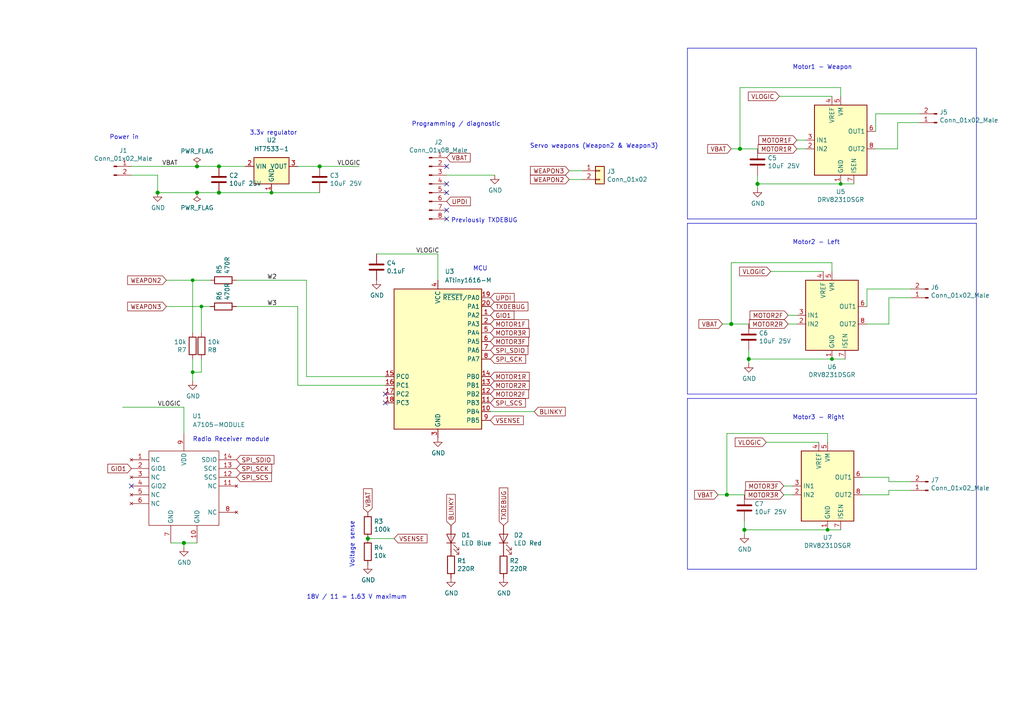
<source format=kicad_sch>
(kicad_sch (version 20211123) (generator eeschema)
  (paper "A4")
  (title_block (title "Malenki-Nano-Plus") (date "2022-09-02") (company "Mark Robson"))
  (lib_symbols
    (symbol "Connector:Conn_01x08_Male" (pin_names hide)
      (property "Reference" "J" (at 0 10.16 0))
      (property "Value" "Conn_01x08_Male" (at 0 -12.7 0))
      (symbol "Conn_01x08_Male_1_1"
        (polyline (pts (xy 1.27 -10.16) (xy 0.8636 -10.16)))
        (polyline (pts (xy 1.27 -7.62) (xy 0.8636 -7.62)))
        (polyline (pts (xy 1.27 -5.08) (xy 0.8636 -5.08)))
        (polyline (pts (xy 1.27 -2.54) (xy 0.8636 -2.54)))
        (polyline (pts (xy 1.27 0) (xy 0.8636 0)))
        (polyline (pts (xy 1.27 2.54) (xy 0.8636 2.54)))
        (polyline (pts (xy 1.27 5.08) (xy 0.8636 5.08)))
        (polyline (pts (xy 1.27 7.62) (xy 0.8636 7.62)))
        (rectangle (start 0.8636 -10.033) (end 0 -10.287) (fill (type outline)))
        (rectangle (start 0.8636 -7.493) (end 0 -7.747) (fill (type outline)))
        (rectangle (start 0.8636 -4.953) (end 0 -5.207) (fill (type outline)))
        (rectangle (start 0.8636 -2.413) (end 0 -2.667) (fill (type outline)))
        (rectangle (start 0.8636 0.127) (end 0 -0.127) (fill (type outline)))
        (rectangle (start 0.8636 2.667) (end 0 2.413) (fill (type outline)))
        (rectangle (start 0.8636 5.207) (end 0 4.953) (fill (type outline)))
        (rectangle (start 0.8636 7.747) (end 0 7.493) (fill (type outline)))
        (pin passive line (at 5.08 7.62 180) (length 3.81) (name "Pin_1") (number "1"))
        (pin passive line (at 5.08 5.08 180) (length 3.81) (name "Pin_2") (number "2"))
        (pin passive line (at 5.08 2.54 180) (length 3.81) (name "Pin_3") (number "3"))
        (pin passive line (at 5.08 0 180) (length 3.81) (name "Pin_4") (number "4"))
        (pin passive line (at 5.08 -2.54 180) (length 3.81) (name "Pin_5") (number "5"))
        (pin passive line (at 5.08 -5.08 180) (length 3.81) (name "Pin_6") (number "6"))
        (pin passive line (at 5.08 -7.62 180) (length 3.81) (name "Pin_7") (number "7"))
        (pin passive line (at 5.08 -10.16 180) (length 3.81) (name "Pin_8") (number "8"))
      )
    )
    (symbol "Connector_Generic:Conn_01x02" (pin_names hide)
      (property "Reference" "J" (at 0 2.54 0))
      (property "Value" "Conn_01x02" (at 0 -5.08 0))
      (symbol "Conn_01x02_1_1"
        (rectangle (start -1.27 -2.413) (end 0 -2.667))
        (rectangle (start -1.27 0.127) (end 0 -0.127))
        (rectangle (start -1.27 1.27) (end 1.27 -3.81) (stroke (width 0.254)) (fill (type background)))
        (pin passive line (at -5.08 0 0) (length 3.81) (name "Pin_1") (number "1"))
        (pin passive line (at -5.08 -2.54 0) (length 3.81) (name "Pin_2") (number "2"))
      )
    )
    (symbol "MCU_Microchip_ATtiny:ATtiny1616-M"
      (property "Reference" "U" (at -12.7 21.59 0))
      (property "Value" "ATtiny1616-M" (at 2.54 -21.59 0))
      (symbol "ATtiny1616-M_0_1"
        (rectangle (start -12.7 -20.32) (end 12.7 20.32) (stroke (width 0.254)) (fill (type background)))
      )
      (symbol "ATtiny1616-M_1_1"
        (pin bidirectional line (at 15.24 12.7 180) (length 2.54) (name "PA2") (number "1"))
        (pin bidirectional line (at 15.24 -15.24 180) (length 2.54) (name "PB4") (number "10"))
        (pin bidirectional line (at 15.24 -12.7 180) (length 2.54) (name "PB3") (number "11"))
        (pin bidirectional line (at 15.24 -10.16 180) (length 2.54) (name "PB2") (number "12"))
        (pin bidirectional line (at 15.24 -7.62 180) (length 2.54) (name "PB1") (number "13"))
        (pin bidirectional line (at 15.24 -5.08 180) (length 2.54) (name "PB0") (number "14"))
        (pin bidirectional line (at -15.24 -5.08 0) (length 2.54) (name "PC0") (number "15"))
        (pin bidirectional line (at -15.24 -7.62 0) (length 2.54) (name "PC1") (number "16"))
        (pin bidirectional line (at -15.24 -10.16 0) (length 2.54) (name "PC2") (number "17"))
        (pin bidirectional line (at -15.24 -12.7 0) (length 2.54) (name "PC3") (number "18"))
        (pin bidirectional line (at 15.24 17.78 180) (length 2.54) (name "~{RESET}/PA0") (number "19"))
        (pin bidirectional line (at 15.24 10.16 180) (length 2.54) (name "PA3") (number "2"))
        (pin bidirectional line (at 15.24 15.24 180) (length 2.54) (name "PA1") (number "20"))
        (pin passive line (at 0 -22.86 90) (length 2.54) hide (name "GND") (number "21"))
        (pin power_in line (at 0 -22.86 90) (length 2.54) (name "GND") (number "3"))
        (pin power_in line (at 0 22.86 270) (length 2.54) (name "VCC") (number "4"))
        (pin bidirectional line (at 15.24 7.62 180) (length 2.54) (name "PA4") (number "5"))
        (pin bidirectional line (at 15.24 5.08 180) (length 2.54) (name "PA5") (number "6"))
        (pin bidirectional line (at 15.24 2.54 180) (length 2.54) (name "PA6") (number "7"))
        (pin bidirectional line (at 15.24 0 180) (length 2.54) (name "PA7") (number "8"))
        (pin bidirectional line (at 15.24 -17.78 180) (length 2.54) (name "PB5") (number "9"))
      )
    )
    (symbol "Regulator_Linear:HT75xx-1-SOT89"
      (property "Reference" "U" (at -5.08 -3.81 0))
      (property "Value" "HT75xx-1-SOT89" (at 0 6.35 0))
      (symbol "HT75xx-1-SOT89_0_1"
        (rectangle (start -5.08 5.08) (end 5.08 -2.54) (stroke (width 0.254)) (fill (type background)))
      )
      (symbol "HT75xx-1-SOT89_1_1"
        (pin power_in line (at 0 -5.08 90) (length 2.54) (name "GND") (number "1"))
        (pin power_in line (at -7.62 2.54 0) (length 2.54) (name "VIN") (number "2"))
        (pin power_out line (at 7.62 2.54 180) (length 2.54) (name "VOUT") (number "3"))
      )
    )
    (symbol "mal_nano:A7105-MODULE"
      (property "Reference" "U" (at 0 0 0))
      (property "Value" "A7105-MODULE" (at 2.54 -3.81 0))
      (symbol "A7105-MODULE_0_1"
        (rectangle (start -10.16 10.16) (end 10.16 -11.43))
      )
      (symbol "A7105-MODULE_1_1"
        (pin no_connect line (at -15.24 7.62 0) (length 5.08) (name "NC") (number "1"))
        (pin power_in line (at 3.81 -16.51 90) (length 5.08) (name "GND") (number "10"))
        (pin no_connect line (at 15.24 0 180) (length 5.08) (name "NC") (number "11"))
        (pin input line (at 15.24 2.54 180) (length 5.08) (name "SCS") (number "12"))
        (pin input line (at 15.24 5.08 180) (length 5.08) (name "SCK") (number "13"))
        (pin bidirectional line (at 15.24 7.62 180) (length 5.08) (name "SDIO") (number "14"))
        (pin bidirectional line (at -15.24 5.08 0) (length 5.08) (name "GIO1") (number "2"))
        (pin no_connect line (at -15.24 2.54 0) (length 5.08) (name "NC") (number "3"))
        (pin bidirectional line (at -15.24 0 0) (length 5.08) (name "GIO2") (number "4"))
        (pin no_connect line (at -15.24 -2.54 0) (length 5.08) (name "NC") (number "5"))
        (pin no_connect line (at -15.24 -5.08 0) (length 5.08) (name "NC") (number "6"))
        (pin power_in line (at -3.81 -16.51 90) (length 5.08) (name "GND") (number "7"))
        (pin no_connect line (at 15.24 -7.62 180) (length 5.08) (name "NC") (number "8"))
        (pin power_in line (at 0 15.24 270) (length 5.08) (name "VDD") (number "9"))
      )
    )
    (symbol "mal_nano:DRV8231"
      (property "Reference" "U" (at 6.35 11.43 0))
      (property "Value" "DRV8231" (at -10.16 11.43 0))
      (symbol "DRV8231_0_1"
        (rectangle (start -7.62 10.16) (end 7.62 -10.16) (stroke (width 0.254)) (fill (type background)))
      )
      (symbol "DRV8231_1_1"
        (pin power_in line (at 0 -12.7 90) (length 2.54) (name "GND") (number "1"))
        (pin input line (at -10.16 -2.54 0) (length 2.54) (name "IN2") (number "2"))
        (pin input line (at -10.16 0 0) (length 2.54) (name "IN1") (number "3"))
        (pin power_in line (at -2.54 12.7 270) (length 2.54) (name "VREF") (number "4"))
        (pin power_in line (at 0 12.7 270) (length 2.54) (name "VM") (number "5"))
        (pin output line (at 10.16 2.54 180) (length 2.54) (name "OUT1") (number "6"))
        (pin power_in line (at 3.81 -12.7 90) (length 2.54) (name "ISEN") (number "7"))
        (pin output line (at 10.16 -2.54 180) (length 2.54) (name "OUT2") (number "8"))
        (pin passive line (at 0 -12.7 90) (length 2.54) hide (name "GND") (number "9"))
      )
    )
    (symbol "malenki-nano-rescue:C-Device" (pin_numbers hide) (pin_names (offset 0.254))
      (property "Reference" "C" (at 0.635 2.54 0))
      (property "Value" "C-Device" (at 0.635 -2.54 0))
      (symbol "C-Device_0_1"
        (polyline (pts (xy -2.032 -0.762) (xy 2.032 -0.762)) (stroke (width 0.508)))
        (polyline (pts (xy -2.032 0.762) (xy 2.032 0.762)) (stroke (width 0.508)))
      )
      (symbol "C-Device_1_1"
        (pin passive line (at 0 3.81 270) (length 2.794) (name "~") (number "1"))
        (pin passive line (at 0 -3.81 90) (length 2.794) (name "~") (number "2"))
      )
    )
    (symbol "malenki-nano-rescue:Conn_01x02_Male-Connector" (pin_names hide)
      (property "Reference" "J" (at 0 2.54 0))
      (property "Value" "Conn_01x02_Male-Connector" (at 0 -5.08 0))
      (symbol "Conn_01x02_Male-Connector_1_1"
        (polyline (pts (xy 1.27 -2.54) (xy 0.8636 -2.54)))
        (polyline (pts (xy 1.27 0) (xy 0.8636 0)))
        (rectangle (start 0.8636 -2.413) (end 0 -2.667) (fill (type outline)))
        (rectangle (start 0.8636 0.127) (end 0 -0.127) (fill (type outline)))
        (pin passive line (at 5.08 0 180) (length 3.81) (name "Pin_1") (number "1"))
        (pin passive line (at 5.08 -2.54 180) (length 3.81) (name "Pin_2") (number "2"))
      )
    )
    (symbol "malenki-nano-rescue:GND-power" (power) (pin_names (offset 0))
      (property "Value" "GND-power" (at 0 -3.81 0))
      (symbol "GND-power_0_1"
        (polyline (pts (xy 0 0) (xy 0 -1.27) (xy 1.27 -1.27) (xy 0 -2.54) (xy -1.27 -1.27) (xy 0 -1.27)))
      )
      (symbol "GND-power_1_1"
        (pin power_in line (at 0 0 270) (length 0) hide (name "GND") (number "1"))
      )
    )
    (symbol "malenki-nano-rescue:LED-Device" (pin_numbers hide) (pin_names hide)
      (property "Reference" "D" (at 0 2.54 0))
      (property "Value" "LED-Device" (at 0 -2.54 0))
      (symbol "LED-Device_0_1"
        (polyline (pts (xy -1.27 -1.27) (xy -1.27 1.27)) (stroke (width 0.2032)))
        (polyline (pts (xy -1.27 0) (xy 1.27 0)))
        (polyline (pts (xy 1.27 -1.27) (xy 1.27 1.27) (xy -1.27 0) (xy 1.27 -1.27)) (stroke (width 0.2032)))
        (polyline (pts (xy -3.048 -0.762) (xy -4.572 -2.286) (xy -3.81 -2.286) (xy -4.572 -2.286) (xy -4.572 -1.524)))
        (polyline (pts (xy -1.778 -0.762) (xy -3.302 -2.286) (xy -2.54 -2.286) (xy -3.302 -2.286) (xy -3.302 -1.524)))
      )
      (symbol "LED-Device_1_1"
        (pin passive line (at -3.81 0 0) (length 2.54) (name "K") (number "1"))
        (pin passive line (at 3.81 0 180) (length 2.54) (name "A") (number "2"))
      )
    )
    (symbol "malenki-nano-rescue:PWR_FLAG-power" (power) (pin_numbers hide) (pin_names (offset 0) hide)
      (property "Value" "PWR_FLAG-power" (at 0 3.81 0))
      (symbol "PWR_FLAG-power_0_0"
        (pin power_out line (at 0 0 90) (length 0) (name "pwr") (number "1"))
      )
      (symbol "PWR_FLAG-power_0_1"
        (polyline (pts (xy 0 0) (xy 0 1.27) (xy -1.016 1.905) (xy 0 2.54) (xy 1.016 1.905) (xy 0 1.27)))
      )
    )
    (symbol "malenki-nano-rescue:R-Device" (pin_numbers hide) (pin_names (offset 0))
      (property "Reference" "R" (at 2.032 0 90))
      (property "Value" "R-Device" (at 0 0 90))
      (symbol "R-Device_0_1"
        (rectangle (start -1.016 -2.54) (end 1.016 2.54) (stroke (width 0.254)))
      )
      (symbol "R-Device_1_1"
        (pin passive line (at 0 3.81 270) (length 1.27) (name "~") (number "1"))
        (pin passive line (at 0 -3.81 90) (length 1.27) (name "~") (number "2"))
      )
    )
  )
  (junction (at 217.17 104.14) (diameter 1.016))
  (junction (at 55.88 81.28))
  (junction (at 58.42 88.9))
  (junction (at 63.5 48.26) (diameter 1.016))
  (junction (at 240.03 153.67))
  (junction (at 55.88 107.95))
  (junction (at 57.15 48.26) (diameter 1.016))
  (junction (at 57.15 55.88) (diameter 1.016))
  (junction (at 53.34 157.48) (diameter 1.016))
  (junction (at 243.84 53.34))
  (junction (at 212.09 93.98) (diameter 1.016))
  (junction (at 92.71 48.26) (diameter 1.016))
  (junction (at 214.63 43.18) (diameter 1.016))
  (junction (at 106.68 156.21) (diameter 1.016))
  (junction (at 45.72 55.88) (diameter 1.016))
  (junction (at 241.3 104.14))
  (junction (at 210.82 143.51) (diameter 1.016))
  (junction (at 215.9 153.67) (diameter 1.016))
  (junction (at 219.71 53.34) (diameter 1.016))
  (junction (at 78.74 55.88))
  (junction (at 63.5 55.88) (diameter 1.016))
  (no_connect (at 38.1 140.97))
  (no_connect (at 111.76 114.3))
  (no_connect (at 111.76 116.84))
  (no_connect (at 129.54 55.88))
  (no_connect (at 129.54 63.5))
  (no_connect (at 129.54 60.96))
  (no_connect (at 129.54 53.34))
  (no_connect (at 129.54 48.26))
  (wire (pts (xy 86.36 88.9) (xy 68.58 88.9)))
  (wire (pts (xy 214.63 43.18) (xy 212.09 43.18)))
  (wire (pts (xy 251.46 93.98) (xy 257.81 93.98)))
  (wire (pts (xy 57.15 55.88) (xy 63.5 55.88)))
  (wire (pts (xy 58.42 88.9) (xy 60.96 88.9)))
  (wire (pts (xy 78.74 55.88) (xy 92.71 55.88)))
  (wire (pts (xy 165.1 49.53) (xy 168.91 49.53)))
  (wire (pts (xy 48.26 88.9) (xy 58.42 88.9)))
  (wire (pts (xy 48.26 81.28) (xy 55.88 81.28)))
  (wire (pts (xy 53.34 118.11) (xy 53.34 125.73)))
  (wire (pts (xy 229.87 143.51) (xy 227.33 143.51)))
  (wire (pts (xy 241.3 104.14) (xy 245.11 104.14)))
  (wire (pts (xy 250.19 143.51) (xy 257.81 143.51)))
  (wire (pts (xy 229.87 140.97) (xy 227.33 140.97)))
  (wire (pts (xy 250.19 138.43) (xy 257.81 138.43)))
  (wire (pts (xy 212.09 76.2) (xy 212.09 93.98)))
  (polyline (pts (xy 199.39 13.97) (xy 283.21 13.97)) (stroke (width 0) (type solid)))
  (wire (pts (xy 45.72 50.8) (xy 45.72 55.88)))
  (wire (pts (xy 35.56 118.11) (xy 53.34 118.11)))
  (wire (pts (xy 92.71 48.26) (xy 86.36 48.26)))
  (wire (pts (xy 257.81 86.36) (xy 257.81 93.98)))
  (wire (pts (xy 240.03 128.27) (xy 240.03 125.73)))
  (polyline (pts (xy 199.39 114.3) (xy 199.39 64.77)) (stroke (width 0) (type solid)))
  (wire (pts (xy 210.82 125.73) (xy 210.82 143.51)))
  (wire (pts (xy 217.17 104.14) (xy 241.3 104.14)))
  (wire (pts (xy 257.81 138.43) (xy 257.81 139.7)))
  (wire (pts (xy 264.16 86.36) (xy 257.81 86.36)))
  (wire (pts (xy 237.49 128.27) (xy 222.25 128.27)))
  (wire (pts (xy 215.9 143.51) (xy 210.82 143.51)))
  (wire (pts (xy 86.36 111.76) (xy 86.36 88.9)))
  (wire (pts (xy 243.84 25.4) (xy 214.63 25.4)))
  (polyline (pts (xy 283.21 165.1) (xy 199.39 165.1)) (stroke (width 0) (type solid)))
  (polyline (pts (xy 283.21 64.77) (xy 283.21 114.3)) (stroke (width 0) (type solid)))
  (wire (pts (xy 231.14 93.98) (xy 228.6 93.98)))
  (wire (pts (xy 251.46 83.82) (xy 264.16 83.82)))
  (wire (pts (xy 165.1 52.07) (xy 168.91 52.07)))
  (polyline (pts (xy 283.21 13.97) (xy 283.21 63.5)) (stroke (width 0) (type solid)))
  (wire (pts (xy 55.88 104.14) (xy 55.88 107.95)))
  (polyline (pts (xy 199.39 115.57) (xy 283.21 115.57)) (stroke (width 0) (type solid)))
  (wire (pts (xy 58.42 107.95) (xy 55.88 107.95)))
  (wire (pts (xy 215.9 153.67) (xy 215.9 154.94)))
  (wire (pts (xy 129.54 50.8) (xy 143.51 50.8)))
  (wire (pts (xy 219.71 53.34) (xy 243.84 53.34)))
  (wire (pts (xy 38.1 48.26) (xy 57.15 48.26)))
  (wire (pts (xy 260.35 43.18) (xy 254 43.18)))
  (wire (pts (xy 219.71 50.8) (xy 219.71 53.34)))
  (wire (pts (xy 251.46 83.82) (xy 251.46 88.9)))
  (wire (pts (xy 49.53 157.48) (xy 53.34 157.48)))
  (wire (pts (xy 233.68 43.18) (xy 231.14 43.18)))
  (wire (pts (xy 127 73.66) (xy 109.22 73.66)))
  (wire (pts (xy 241.3 76.2) (xy 212.09 76.2)))
  (wire (pts (xy 111.76 111.76) (xy 86.36 111.76)))
  (wire (pts (xy 215.9 151.13) (xy 215.9 153.67)))
  (wire (pts (xy 260.35 35.56) (xy 260.35 43.18)))
  (wire (pts (xy 142.24 119.38) (xy 154.94 119.38)))
  (polyline (pts (xy 199.39 63.5) (xy 199.39 13.97)) (stroke (width 0) (type solid)))
  (wire (pts (xy 57.15 48.26) (xy 63.5 48.26)))
  (wire (pts (xy 114.3 156.21) (xy 106.68 156.21)))
  (wire (pts (xy 219.71 53.34) (xy 219.71 54.61)))
  (polyline (pts (xy 199.39 165.1) (xy 199.39 115.57)) (stroke (width 0) (type solid)))
  (wire (pts (xy 58.42 88.9) (xy 58.42 96.52)))
  (wire (pts (xy 217.17 101.6) (xy 217.17 104.14)))
  (wire (pts (xy 212.09 93.98) (xy 209.55 93.98)))
  (wire (pts (xy 231.14 91.44) (xy 228.6 91.44)))
  (polyline (pts (xy 283.21 114.3) (xy 199.39 114.3)) (stroke (width 0) (type solid)))
  (wire (pts (xy 243.84 27.94) (xy 243.84 25.4)))
  (wire (pts (xy 58.42 104.14) (xy 58.42 107.95)))
  (wire (pts (xy 241.3 78.74) (xy 241.3 76.2)))
  (wire (pts (xy 217.17 93.98) (xy 212.09 93.98)))
  (wire (pts (xy 68.58 81.28) (xy 88.9 81.28)))
  (wire (pts (xy 210.82 143.51) (xy 208.28 143.51)))
  (wire (pts (xy 238.76 78.74) (xy 223.52 78.74)))
  (wire (pts (xy 233.68 40.64) (xy 231.14 40.64)))
  (wire (pts (xy 55.88 107.95) (xy 55.88 110.49)))
  (wire (pts (xy 243.84 53.34) (xy 247.65 53.34)))
  (wire (pts (xy 55.88 81.28) (xy 55.88 96.52)))
  (wire (pts (xy 264.16 142.24) (xy 257.81 142.24)))
  (wire (pts (xy 45.72 55.88) (xy 57.15 55.88)))
  (wire (pts (xy 63.5 55.88) (xy 78.74 55.88)))
  (wire (pts (xy 104.14 48.26) (xy 92.71 48.26)))
  (wire (pts (xy 217.17 104.14) (xy 217.17 105.41)))
  (wire (pts (xy 240.03 125.73) (xy 210.82 125.73)))
  (wire (pts (xy 88.9 109.22) (xy 111.76 109.22)))
  (wire (pts (xy 53.34 158.75) (xy 53.34 157.48)))
  (wire (pts (xy 254 33.02) (xy 266.7 33.02)))
  (wire (pts (xy 257.81 142.24) (xy 257.81 143.51)))
  (wire (pts (xy 254 33.02) (xy 254 38.1)))
  (wire (pts (xy 53.34 157.48) (xy 57.15 157.48)))
  (wire (pts (xy 257.81 139.7) (xy 264.16 139.7)))
  (wire (pts (xy 215.9 153.67) (xy 240.03 153.67)))
  (wire (pts (xy 241.3 27.94) (xy 226.06 27.94)))
  (polyline (pts (xy 283.21 115.57) (xy 283.21 165.1)) (stroke (width 0) (type solid)))
  (wire (pts (xy 63.5 48.26) (xy 71.12 48.26)))
  (wire (pts (xy 266.7 35.56) (xy 260.35 35.56)))
  (wire (pts (xy 55.88 81.28) (xy 60.96 81.28)))
  (wire (pts (xy 214.63 25.4) (xy 214.63 43.18)))
  (polyline (pts (xy 283.21 63.5) (xy 199.39 63.5)) (stroke (width 0) (type solid)))
  (wire (pts (xy 38.1 50.8) (xy 45.72 50.8)))
  (wire (pts (xy 219.71 43.18) (xy 214.63 43.18)))
  (wire (pts (xy 88.9 81.28) (xy 88.9 109.22)))
  (polyline (pts (xy 199.39 64.77) (xy 283.21 64.77)) (stroke (width 0) (type solid)))
  (wire (pts (xy 240.03 153.67) (xy 243.84 153.67)))
  (wire (pts (xy 127 73.66) (xy 127 81.28)))
  (text "Voltage sense" (at 102.87 151.13 270) (effects (font (size 1.27 1.27)) (justify right bottom)))
  (text "MCU\n" (at 137.16 78.74 0) (effects (font (size 1.27 1.27)) (justify left bottom)))
  (text "3.3v regulator" (at 72.39 39.37 0) (effects (font (size 1.27 1.27)) (justify left bottom)))
  (text "18V / 11 = 1.63 V maximum" (at 88.9 173.99 0) (effects (font (size 1.27 1.27)) (justify left bottom)))
  (text "Programming / diagnostic" (at 119.38 36.83 0) (effects (font (size 1.27 1.27)) (justify left bottom)))
  (text "Motor3 - Right" (at 229.87 121.92 0) (effects (font (size 1.27 1.27)) (justify left bottom)))
  (text "Servo weapons (Weapon2 & Weapon3)" (at 153.67 43.18 0) (effects (font (size 1.27 1.27)) (justify left bottom)))
  (text "Motor1 - Weapon" (at 229.87 20.32 0) (effects (font (size 1.27 1.27)) (justify left bottom)))
  (text "Motor2 - Left" (at 229.87 71.12 0) (effects (font (size 1.27 1.27)) (justify left bottom)))
  (text "Power in" (at 31.75 40.64 0) (effects (font (size 1.27 1.27)) (justify left bottom)))
  (text "Radio Receiver module" (at 55.88 128.27 0) (effects (font (size 1.27 1.27)) (justify left bottom)))
  (text "Previously TXDEBUG" (at 130.81 64.77 0) (effects (font (size 1.27 1.27)) (justify left bottom)))
  (label "W2" (at 77.47 81.28 0))
  (label "VLOGIC" (at 45.72 118.11 0))
  (label "VLOGIC" (at 120.65 73.66 0))
  (label "VBAT" (at 46.99 48.26 0))
  (label "W3" (at 77.47 88.9 0))
  (label "VLOGIC" (at 97.79 48.26 0))
  (global_label "SPI_SDIO" (shape input) (at 68.58 133.35 0) (property "Intersheet References" "${INTERSHEET_REFS}" (effects hide)))
  (global_label "VBAT" (shape input) (at 106.68 148.59 90) (property "Intersheet References" "${INTERSHEET_REFS}" (effects hide)))
  (global_label "MOTOR1R" (shape input) (at 231.14 43.18 180) (property "Intersheet References" "${INTERSHEET_REFS}" (effects hide)))
  (global_label "VLOGIC" (shape input) (at 223.52 78.74 180) (property "Intersheet References" "${INTERSHEET_REFS}" (effects hide)))
  (global_label "SPI_SDIO" (shape input) (at 142.24 101.6 0) (property "Intersheet References" "${INTERSHEET_REFS}" (effects hide)))
  (global_label "MOTOR2R" (shape input) (at 228.6 93.98 180) (property "Intersheet References" "${INTERSHEET_REFS}" (effects hide)))
  (global_label "MOTOR1F" (shape input) (at 231.14 40.64 180) (property "Intersheet References" "${INTERSHEET_REFS}" (effects hide)))
  (global_label "WEAPON2" (shape input) (at 165.1 52.07 180) (property "Intersheet References" "${INTERSHEET_REFS}" (effects hide)))
  (global_label "MOTOR2R" (shape input) (at 142.24 111.76 0) (property "Intersheet References" "${INTERSHEET_REFS}" (effects hide)))
  (global_label "MOTOR2F" (shape input) (at 142.24 114.3 0) (property "Intersheet References" "${INTERSHEET_REFS}" (effects hide)))
  (global_label "SPI_SCS" (shape input) (at 142.24 116.84 0) (property "Intersheet References" "${INTERSHEET_REFS}" (effects hide)))
  (global_label "MOTOR3F" (shape input) (at 142.24 99.06 0) (property "Intersheet References" "${INTERSHEET_REFS}" (effects hide)))
  (global_label "MOTOR3R" (shape input) (at 227.33 143.51 180) (property "Intersheet References" "${INTERSHEET_REFS}" (effects hide)))
  (global_label "UPDI" (shape input) (at 129.54 58.42 0) (property "Intersheet References" "${INTERSHEET_REFS}" (effects hide)))
  (global_label "UPDI" (shape input) (at 142.24 86.36 0) (property "Intersheet References" "${INTERSHEET_REFS}" (effects hide)))
  (global_label "BLINKY" (shape input) (at 130.81 152.4 90) (property "Intersheet References" "${INTERSHEET_REFS}" (effects hide)))
  (global_label "VBAT" (shape input) (at 208.28 143.51 180) (property "Intersheet References" "${INTERSHEET_REFS}" (effects hide)))
  (global_label "VSENSE" (shape input) (at 114.3 156.21 0) (property "Intersheet References" "${INTERSHEET_REFS}" (effects hide)))
  (global_label "SPI_SCK" (shape input) (at 68.58 135.89 0) (property "Intersheet References" "${INTERSHEET_REFS}" (effects hide)))
  (global_label "WEAPON3" (shape input) (at 48.26 88.9 180) (property "Intersheet References" "${INTERSHEET_REFS}" (effects hide)))
  (global_label "WEAPON2" (shape input) (at 48.26 81.28 180) (property "Intersheet References" "${INTERSHEET_REFS}" (effects hide)))
  (global_label "MOTOR2F" (shape input) (at 228.6 91.44 180) (property "Intersheet References" "${INTERSHEET_REFS}" (effects hide)))
  (global_label "MOTOR1R" (shape input) (at 142.24 109.22 0) (property "Intersheet References" "${INTERSHEET_REFS}" (effects hide)))
  (global_label "GIO1" (shape input) (at 142.24 91.44 0) (property "Intersheet References" "${INTERSHEET_REFS}" (effects hide)))
  (global_label "VSENSE" (shape input) (at 142.24 121.92 0) (property "Intersheet References" "${INTERSHEET_REFS}" (effects hide)))
  (global_label "VLOGIC" (shape input) (at 222.25 128.27 180) (property "Intersheet References" "${INTERSHEET_REFS}" (effects hide)))
  (global_label "WEAPON3" (shape input) (at 165.1 49.53 180) (property "Intersheet References" "${INTERSHEET_REFS}" (effects hide)))
  (global_label "BLINKY" (shape input) (at 154.94 119.38 0) (property "Intersheet References" "${INTERSHEET_REFS}" (effects hide)))
  (global_label "TXDEBUG" (shape input) (at 146.05 152.4 90) (property "Intersheet References" "${INTERSHEET_REFS}" (effects hide)))
  (global_label "TXDEBUG" (shape input) (at 142.24 88.9 0) (property "Intersheet References" "${INTERSHEET_REFS}" (effects hide)))
  (global_label "VLOGIC" (shape input) (at 226.06 27.94 180) (property "Intersheet References" "${INTERSHEET_REFS}" (effects hide)))
  (global_label "SPI_SCS" (shape input) (at 68.58 138.43 0) (property "Intersheet References" "${INTERSHEET_REFS}" (effects hide)))
  (global_label "VBAT" (shape input) (at 209.55 93.98 180) (property "Intersheet References" "${INTERSHEET_REFS}" (effects hide)))
  (global_label "MOTOR3R" (shape input) (at 142.24 96.52 0) (property "Intersheet References" "${INTERSHEET_REFS}" (effects hide)))
  (global_label "MOTOR1F" (shape input) (at 142.24 93.98 0) (property "Intersheet References" "${INTERSHEET_REFS}" (effects hide)))
  (global_label "GIO1" (shape input) (at 38.1 135.89 180) (property "Intersheet References" "${INTERSHEET_REFS}" (effects hide)))
  (global_label "SPI_SCK" (shape input) (at 142.24 104.14 0) (property "Intersheet References" "${INTERSHEET_REFS}" (effects hide)))
  (global_label "MOTOR3F" (shape input) (at 227.33 140.97 180) (property "Intersheet References" "${INTERSHEET_REFS}" (effects hide)))
  (global_label "VBAT" (shape input) (at 129.54 45.72 0) (property "Intersheet References" "${INTERSHEET_REFS}" (effects hide)))
  (global_label "VBAT" (shape input) (at 212.09 43.18 180) (property "Intersheet References" "${INTERSHEET_REFS}" (effects hide)))
  (symbol (lib_id "malenki-nano-rescue:C-Device") (at 63.5 52.07 0) (unit 1)
    (property "Reference" "C2" (at 66.421 50.9016 0) (effects (justify left)))
    (property "Value" "10uF 25V" (at 66.421 53.213 0) (effects (justify left)))
    (property "Footprint" "Capacitor_SMD:C_0603_1608Metric" (effects hide))
    (property "LCSC" "C2922482" (effects hide))
  )
  (symbol (lib_id "malenki-nano-rescue:C-Device") (at 92.71 52.07 0) (unit 1)
    (property "Reference" "C3" (at 95.631 50.9016 0) (effects (justify left)))
    (property "Value" "10uF 25V" (at 95.631 53.213 0) (effects (justify left)))
    (property "Footprint" "Capacitor_SMD:C_0603_1608Metric" (effects hide))
    (property "LCSC" "C2922482" (effects hide))
  )
  (symbol (lib_id "malenki-nano-rescue:Conn_01x02_Male-Connector") (at 33.02 48.26 0) (unit 1)
    (property "Reference" "J1" (at 35.7632 43.6626 0))
    (property "Value" "Conn_01x02_Male" (at 35.7632 45.974 0))
    (property "Footprint" "malenki-nano:PinHeader_1x02_P2.54mm_BIG1" (effects hide))
  )
  (symbol (lib_id "malenki-nano-rescue:GND-power") (at 45.72 55.88 0) (unit 1)
    (property "Reference" "#PWR02" (effects hide))
    (property "Value" "GND" (at 45.847 60.2742 0))
  )
  (symbol (lib_id "malenki-nano-rescue:C-Device") (at 109.22 77.47 0) (unit 1)
    (property "Reference" "C4" (at 112.141 76.3016 0) (effects (justify left)))
    (property "Value" "0.1uF" (at 112.141 78.613 0) (effects (justify left)))
    (property "Footprint" "Capacitor_SMD:C_0603_1608Metric" (effects hide))
    (property "Partnum" "C14663" (effects hide))
    (property "LCSC" "C14663" (effects hide))
  )
  (symbol (lib_id "malenki-nano-rescue:GND-power") (at 109.22 81.28 0) (unit 1)
    (property "Reference" "#PWR04" (effects hide))
    (property "Value" "GND" (at 109.347 85.6742 0))
  )
  (symbol (lib_id "malenki-nano-rescue:GND-power") (at 127 127 0) (unit 1)
    (property "Reference" "#PWR05" (effects hide))
    (property "Value" "GND" (at 127.127 131.3942 0))
  )
  (symbol (lib_id "mal_nano:A7105-MODULE") (at 53.34 140.97 0) (unit 1)
    (property "Reference" "U1" (at 57.15 120.65 0))
    (property "Value" "A7105-MODULE" (at 63.5 123.19 0))
    (property "Footprint" "malenki-nano:A7105-module" (effects hide))
  )
  (symbol (lib_id "malenki-nano-rescue:GND-power") (at 53.34 158.75 0) (unit 1)
    (property "Reference" "#PWR03" (effects hide))
    (property "Value" "GND" (at 53.467 163.1442 0))
  )
  (symbol (lib_id "malenki-nano-rescue:PWR_FLAG-power") (at 57.15 55.88 180) (unit 1)
    (property "Reference" "#FLG0102" (effects hide))
    (property "Value" "PWR_FLAG" (at 57.15 60.2742 0))
  )
  (symbol (lib_id "malenki-nano-rescue:R-Device") (at 130.81 163.83 0) (unit 1)
    (property "Reference" "R1" (at 132.588 162.6616 0) (effects (justify left)))
    (property "Value" "220R" (at 132.588 164.973 0) (effects (justify left)))
    (property "Footprint" "Resistor_SMD:R_0402_1005Metric" (effects hide))
    (property "LCSC" "C25091" (effects hide))
  )
  (symbol (lib_id "malenki-nano-rescue:GND-power") (at 130.81 167.64 0) (unit 1)
    (property "Reference" "#PWR06" (effects hide))
    (property "Value" "GND" (at 130.937 172.0342 0))
  )
  (symbol (lib_id "malenki-nano-rescue:LED-Device") (at 130.81 156.21 90) (unit 1)
    (property "Reference" "D1" (at 133.7818 155.2194 90) (effects (justify right)))
    (property "Value" "LED Blue" (at 133.7818 157.5308 90) (effects (justify right)))
    (property "Footprint" "LED_SMD:LED_0805_2012Metric_Pad1.15x1.40mm_HandSolder" (effects hide))
    (property "LCSC" "C2293" (effects hide))
  )
  (symbol (lib_id "malenki-nano-rescue:C-Device") (at 219.71 46.99 0) (unit 1)
    (property "Reference" "C5" (at 222.631 45.8216 0) (effects (justify left)))
    (property "Value" "10uF 25V" (at 222.631 48.133 0) (effects (justify left)))
    (property "Footprint" "Capacitor_SMD:C_0603_1608Metric" (effects hide))
    (property "LCSC" "C2922482" (effects hide))
  )
  (symbol (lib_id "malenki-nano-rescue:GND-power") (at 219.71 54.61 0) (unit 1)
    (property "Reference" "#PWR08" (effects hide))
    (property "Value" "GND" (at 219.837 59.0042 0))
  )
  (symbol (lib_id "malenki-nano-rescue:Conn_01x02_Male-Connector") (at 271.78 35.56 180) (unit 1)
    (property "Reference" "J5" (at 272.4912 32.5628 0) (effects (justify right)))
    (property "Value" "Conn_01x02_Male" (at 272.4912 34.8742 0) (effects (justify right)))
    (property "Footprint" "malenki-nano:PinHeader_1x02_P2.54mm_BIG1" (effects hide))
  )
  (symbol (lib_id "malenki-nano-rescue:Conn_01x02_Male-Connector") (at 269.24 86.36 180) (unit 1)
    (property "Reference" "J6" (at 269.9512 83.3628 0) (effects (justify right)))
    (property "Value" "Conn_01x02_Male" (at 269.9512 85.6742 0) (effects (justify right)))
    (property "Footprint" "malenki-nano:PinHeader_1x02_P2.54mm_BIG1" (effects hide))
  )
  (symbol (lib_id "malenki-nano-rescue:Conn_01x02_Male-Connector") (at 269.24 142.24 180) (unit 1)
    (property "Reference" "J7" (at 269.9512 139.2428 0) (effects (justify right)))
    (property "Value" "Conn_01x02_Male" (at 269.9512 141.5542 0) (effects (justify right)))
    (property "Footprint" "malenki-nano:PinHeader_1x02_P2.54mm_BIG1" (effects hide))
  )
  (symbol (lib_id "malenki-nano-rescue:PWR_FLAG-power") (at 57.15 48.26 0) (unit 1)
    (property "Reference" "#FLG0101" (effects hide))
    (property "Value" "PWR_FLAG" (at 57.15 43.8658 0))
  )
  (symbol (lib_id "malenki-nano-rescue:R-Device") (at 146.05 163.83 0) (unit 1)
    (property "Reference" "R2" (at 147.828 162.6616 0) (effects (justify left)))
    (property "Value" "220R" (at 147.828 164.973 0) (effects (justify left)))
    (property "Footprint" "Resistor_SMD:R_0402_1005Metric" (effects hide))
    (property "LCSC" "C25091" (effects hide))
  )
  (symbol (lib_id "malenki-nano-rescue:GND-power") (at 146.05 167.64 0) (unit 1)
    (property "Reference" "#PWR011" (effects hide))
    (property "Value" "GND" (at 146.177 172.0342 0))
  )
  (symbol (lib_id "malenki-nano-rescue:LED-Device") (at 146.05 156.21 90) (unit 1)
    (property "Reference" "D2" (at 149.0218 155.2194 90) (effects (justify right)))
    (property "Value" "LED Red" (at 149.0218 157.5308 90) (effects (justify right)))
    (property "Footprint" "LED_SMD:LED_0805_2012Metric_Pad1.15x1.40mm_HandSolder" (effects hide))
    (property "LCSC" "C84256" (effects hide))
  )
  (symbol (lib_id "Connector_Generic:Conn_01x02") (at 173.99 49.53 0) (unit 1)
    (property "Reference" "J3" (at 176.022 49.7332 0) (effects (justify left)))
    (property "Value" "Conn_01x02" (at 176.022 52.0446 0) (effects (justify left)))
    (property "Footprint" "malenki-nano:wirepad_2" (effects hide))
  )
  (symbol (lib_id "malenki-nano-rescue:R-Device") (at 106.68 152.4 0) (unit 1)
    (property "Reference" "R3" (at 108.458 151.2316 0) (effects (justify left)))
    (property "Value" "100k" (at 108.458 153.543 0) (effects (justify left)))
    (property "Footprint" "Resistor_SMD:R_0402_1005Metric" (effects hide))
    (property "LCSC" "C25741" (effects hide))
  )
  (symbol (lib_id "malenki-nano-rescue:R-Device") (at 106.68 160.02 0) (unit 1)
    (property "Reference" "R4" (at 108.458 158.8516 0) (effects (justify left)))
    (property "Value" "10k" (at 108.458 161.163 0) (effects (justify left)))
    (property "Footprint" "Resistor_SMD:R_0402_1005Metric" (effects hide))
    (property "LCSC" "C25744" (effects hide))
  )
  (symbol (lib_id "malenki-nano-rescue:GND-power") (at 106.68 163.83 0) (unit 1)
    (property "Reference" "#PWR07" (effects hide))
    (property "Value" "GND" (at 106.807 168.2242 0))
  )
  (symbol (lib_id "mal_nano:DRV8231") (at 243.84 40.64 0) (unit 1)
    (property "Reference" "U5" (at 243.84 55.6006 0))
    (property "Value" "DRV8231DSGR" (at 243.84 57.912 0))
    (property "Footprint" "Package_SON:WSON-8-1EP_2x2mm_P0.5mm_EP0.9x1.6mm" (effects hide))
    (property "Datasheet" "https://datasheet.lcsc.com/szlcsc/Texas-Instruments-TI-DRV8837DSGR_C39159.pdf" (effects hide))
  )
  (symbol (lib_id "malenki-nano-rescue:GND-power") (at 217.17 105.41 0) (unit 1)
    (property "Reference" "#PWR0102" (effects hide))
    (property "Value" "GND" (at 217.297 109.8042 0))
  )
  (symbol (lib_id "malenki-nano-rescue:C-Device") (at 217.17 97.79 0) (unit 1)
    (property "Reference" "C6" (at 220.091 96.6216 0) (effects (justify left)))
    (property "Value" "10uF 25V" (at 220.091 98.933 0) (effects (justify left)))
    (property "Footprint" "Capacitor_SMD:C_0603_1608Metric" (effects hide))
    (property "LCSC" "C2922482" (effects hide))
  )
  (symbol (lib_id "mal_nano:DRV8231") (at 241.3 91.44 0) (unit 1)
    (property "Reference" "U6" (at 241.3 106.4006 0))
    (property "Value" "DRV8231DSGR" (at 241.3 108.712 0))
    (property "Footprint" "Package_SON:WSON-8-1EP_2x2mm_P0.5mm_EP0.9x1.6mm" (effects hide))
    (property "Datasheet" "https://datasheet.lcsc.com/szlcsc/Texas-Instruments-TI-DRV8837DSGR_C39159.pdf" (effects hide))
  )
  (symbol (lib_id "malenki-nano-rescue:C-Device") (at 215.9 147.32 0) (unit 1)
    (property "Reference" "C7" (at 218.821 146.1516 0) (effects (justify left)))
    (property "Value" "10uF 25V" (at 218.821 148.463 0) (effects (justify left)))
    (property "Footprint" "Capacitor_SMD:C_0603_1608Metric" (effects hide))
    (property "LCSC" "C2922482" (effects hide))
  )
  (symbol (lib_id "mal_nano:DRV8231") (at 240.03 140.97 0) (unit 1)
    (property "Reference" "U7" (at 240.03 155.9306 0))
    (property "Value" "DRV8231DSGR" (at 240.03 158.242 0))
    (property "Footprint" "Package_SON:WSON-8-1EP_2x2mm_P0.5mm_EP0.9x1.6mm" (effects hide))
    (property "Datasheet" "https://datasheet.lcsc.com/szlcsc/Texas-Instruments-TI-DRV8837DSGR_C39159.pdf" (effects hide))
  )
  (symbol (lib_id "malenki-nano-rescue:GND-power") (at 215.9 154.94 0) (unit 1)
    (property "Reference" "#PWR0103" (effects hide))
    (property "Value" "GND" (at 216.027 159.3342 0))
  )
  (symbol (lib_id "malenki-nano-rescue:GND-power") (at 143.51 50.8 0) (unit 1)
    (property "Reference" "#PWR0104" (effects hide))
    (property "Value" "GND" (at 143.637 55.1942 0))
  )
  (symbol (lib_id "malenki-nano-rescue:R-Device") (at 55.88 100.33 180) (unit 1)
    (property "Reference" "R7" (at 54.102 101.4984 0) (effects (justify left)))
    (property "Value" "10k" (at 54.102 99.187 0) (effects (justify left)))
    (property "Footprint" "Resistor_SMD:R_0402_1005Metric" (effects hide))
    (property "LCSC" "C25744" (effects hide))
  )
  (symbol (lib_id "MCU_Microchip_ATtiny:ATtiny1616-M") (at 127 104.14 0) (unit 1)
    (property "Reference" "U3" (at 129.0194 78.74 0) (effects (justify left)))
    (property "Value" "ATtiny1616-M" (at 129.0194 81.28 0) (effects (justify left)))
    (property "Footprint" "Package_DFN_QFN:VQFN-20-1EP_3x3mm_P0.4mm_EP1.7x1.7mm" (effects hide))
    (property "Datasheet" "http://ww1.microchip.com/downloads/en/DeviceDoc/ATtiny3216_ATtiny1616-data-sheet-40001997B.pdf" (effects hide))
    (property "LCSC" "C507118" (effects hide))
  )
  (symbol (lib_id "malenki-nano-rescue:GND-power") (at 55.88 110.49 0) (unit 1)
    (property "Reference" "#PWR09" (effects hide))
    (property "Value" "GND" (at 56.007 114.8842 0))
  )
  (symbol (lib_id "Connector:Conn_01x08_Male") (at 124.46 53.34 0) (unit 1)
    (property "Reference" "J2" (at 127.1524 41.2558 0))
    (property "Value" "Conn_01x08_Male" (at 127.1524 43.5545 0))
    (property "Footprint" "malenki-nano:SOIC_clipProgSmall" (effects hide))
  )
  (symbol (lib_id "Regulator_Linear:HT75xx-1-SOT89") (at 78.74 50.8 0) (unit 1)
    (property "Reference" "U2" (at 78.74 40.64 0))
    (property "Value" "HT7533-1" (at 78.74 43.18 0))
    (property "Footprint" "Package_TO_SOT_SMD:SOT-89-3" (effects hide))
    (property "Datasheet" "https://www.holtek.com/documents/10179/116711/HT75xx-1v250.pdf" (effects hide))
    (property "LCSC" "C14289" (effects hide))
  )
  (symbol (lib_id "malenki-nano-rescue:R-Device") (at 58.42 100.33 0) (mirror x) (unit 1)
    (property "Reference" "R8" (at 60.198 101.4984 0) (effects (justify left)))
    (property "Value" "10k" (at 60.198 99.187 0) (effects (justify left)))
    (property "Footprint" "Resistor_SMD:R_0402_1005Metric" (effects hide))
    (property "LCSC" "C25744" (effects hide))
  )
  (symbol (lib_id "malenki-nano-rescue:R-Device") (at 64.77 81.28 90) (unit 1)
    (property "Reference" "R5" (at 63.6016 79.502 0) (effects (justify left)))
    (property "Value" "470R" (at 65.913 79.502 0) (effects (justify left)))
    (property "Footprint" "Resistor_SMD:R_0402_1005Metric" (effects hide))
    (property "LCSC" "C25117" (effects hide))
  )
  (symbol (lib_id "malenki-nano-rescue:R-Device") (at 64.77 88.9 90) (unit 1)
    (property "Reference" "R6" (at 63.6016 87.122 0) (effects (justify left)))
    (property "Value" "470R" (at 65.913 87.122 0) (effects (justify left)))
    (property "Footprint" "Resistor_SMD:R_0402_1005Metric" (effects hide))
    (property "LCSC" "C25117" (effects hide))
  )
)
</source>
